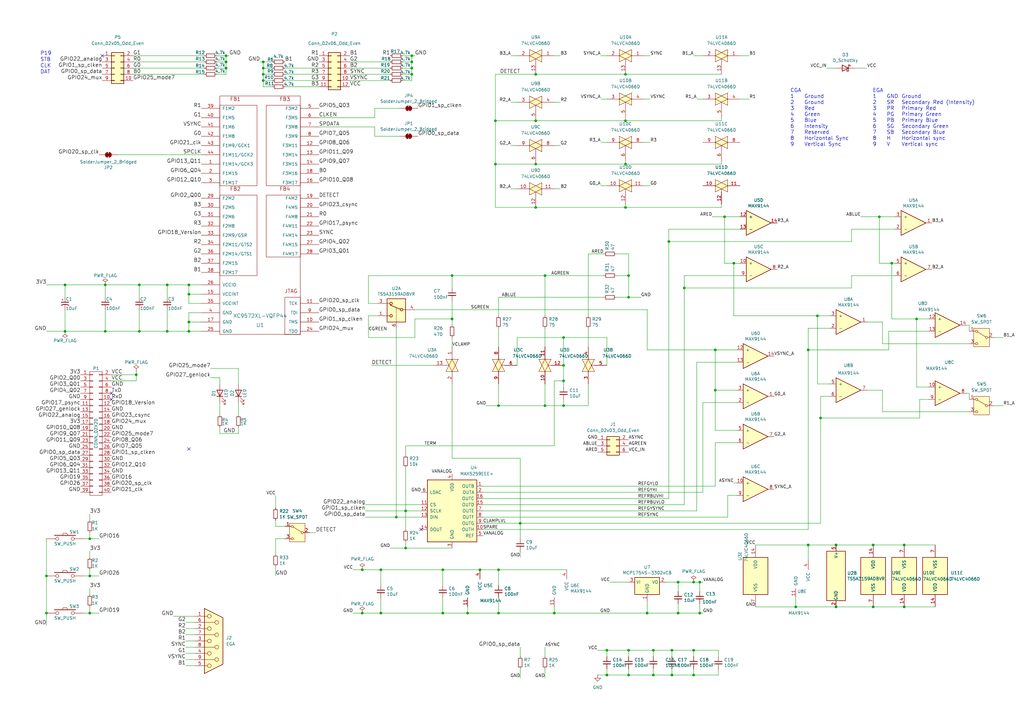
<source format=kicad_sch>
(kicad_sch
	(version 20231120)
	(generator "eeschema")
	(generator_version "8.0")
	(uuid "e267a3e0-ea93-4630-9528-f06a000f2e9c")
	(paper "A3")
	(title_block
		(title "RGBtoHDMI_Table")
		(date "2024-10-21")
		(rev "0.01")
		(company "SweProj.com")
	)
	
	(junction
		(at 257.81 276.86)
		(diameter 0)
		(color 0 0 0 0)
		(uuid "08466f51-6f8d-4689-888d-1a104d697746")
	)
	(junction
		(at 256.54 30.48)
		(diameter 0)
		(color 0 0 0 0)
		(uuid "0892b9f6-c0cd-4675-80a0-84903b0a47a1")
	)
	(junction
		(at 185.42 113.03)
		(diameter 0)
		(color 0 0 0 0)
		(uuid "0a257a89-3b3c-4c45-9fb1-ff19a4636d3f")
	)
	(junction
		(at 284.48 276.86)
		(diameter 0)
		(color 0 0 0 0)
		(uuid "0cbf7e07-835d-4ea8-8a91-53f7b849b848")
	)
	(junction
		(at 358.14 223.52)
		(diameter 0)
		(color 0 0 0 0)
		(uuid "0d5c6d09-ad48-452c-8619-789d23ae899f")
	)
	(junction
		(at 331.47 223.52)
		(diameter 0)
		(color 0 0 0 0)
		(uuid "1045c969-bc20-4b99-bb93-1fed951b5109")
	)
	(junction
		(at 256.54 85.09)
		(diameter 0)
		(color 0 0 0 0)
		(uuid "1173b33a-97c1-427f-a6c2-c79cd48c0f33")
	)
	(junction
		(at 168.91 22.86)
		(diameter 0)
		(color 0 0 0 0)
		(uuid "197175cb-319e-4e79-aa29-9c8faa7d89ed")
	)
	(junction
		(at 287.02 238.76)
		(diameter 0)
		(color 0 0 0 0)
		(uuid "1972d008-06a8-4918-a21b-5e2935069f06")
	)
	(junction
		(at 156.21 251.46)
		(diameter 0)
		(color 0 0 0 0)
		(uuid "1df14224-2872-49ba-a68c-453e4545b266")
	)
	(junction
		(at 166.37 224.79)
		(diameter 0)
		(color 0 0 0 0)
		(uuid "215ce181-de86-4863-a9ac-f596aa488559")
	)
	(junction
		(at 196.85 233.68)
		(diameter 0)
		(color 0 0 0 0)
		(uuid "2306e860-93ed-4588-a789-b01b5ce3fcfb")
	)
	(junction
		(at 68.58 135.89)
		(diameter 0)
		(color 0 0 0 0)
		(uuid "23856956-9c9e-4939-9e02-3780aedaa28a")
	)
	(junction
		(at 223.52 113.03)
		(diameter 0)
		(color 0 0 0 0)
		(uuid "25d5aa17-31f0-4573-b175-87b20ce9a717")
	)
	(junction
		(at 358.14 248.92)
		(diameter 0)
		(color 0 0 0 0)
		(uuid "287da58d-6982-46c0-9f3f-d14440c8da1f")
	)
	(junction
		(at 219.71 67.31)
		(diameter 0)
		(color 0 0 0 0)
		(uuid "287daa7d-d4fd-43c7-b244-6116ed7a9f8d")
	)
	(junction
		(at 162.56 212.09)
		(diameter 0)
		(color 0 0 0 0)
		(uuid "29d07dbe-1f0e-43a6-a096-a9720f39eb60")
	)
	(junction
		(at 297.18 88.9)
		(diameter 0)
		(color 0 0 0 0)
		(uuid "2e35109b-b4dc-464e-a005-e528d2b02126")
	)
	(junction
		(at 57.15 135.89)
		(diameter 0)
		(color 0 0 0 0)
		(uuid "31ce266b-f47f-4d6b-af04-ef3c52efc38b")
	)
	(junction
		(at 275.59 266.7)
		(diameter 0)
		(color 0 0 0 0)
		(uuid "39afa630-2714-413b-bb6d-156bc8be4345")
	)
	(junction
		(at 287.02 251.46)
		(diameter 0)
		(color 0 0 0 0)
		(uuid "3b057d9e-fa67-4236-b5b8-8a59941c90d9")
	)
	(junction
		(at 219.71 30.48)
		(diameter 0)
		(color 0 0 0 0)
		(uuid "43c7a76c-f1e8-4912-9148-b191585406d5")
	)
	(junction
		(at 257.81 121.92)
		(diameter 0)
		(color 0 0 0 0)
		(uuid "43d86964-3be3-4592-97ae-4e05b310f249")
	)
	(junction
		(at 265.43 251.46)
		(diameter 0)
		(color 0 0 0 0)
		(uuid "44f408fe-7a0c-4201-a194-277633a7011b")
	)
	(junction
		(at 92.71 27.94)
		(diameter 0)
		(color 0 0 0 0)
		(uuid "455bec65-8a84-451b-9da8-cfd5aab1fb9a")
	)
	(junction
		(at 336.55 171.45)
		(diameter 0)
		(color 0 0 0 0)
		(uuid "4a1b1b75-0e82-4db0-b339-a1987f4d1856")
	)
	(junction
		(at 267.97 276.86)
		(diameter 0)
		(color 0 0 0 0)
		(uuid "50560054-38fe-4cac-946b-ce400ab51cc7")
	)
	(junction
		(at 326.39 248.92)
		(diameter 0)
		(color 0 0 0 0)
		(uuid "52883de9-5a5d-4a32-a1ee-536b2829b067")
	)
	(junction
		(at 107.95 30.48)
		(diameter 0)
		(color 0 0 0 0)
		(uuid "53e14851-0fcc-41db-a20d-022c61e1fc7f")
	)
	(junction
		(at 77.47 116.84)
		(diameter 0)
		(color 0 0 0 0)
		(uuid "54017bde-9a3d-4bf2-ae08-f4bf27ec91f9")
	)
	(junction
		(at 36.83 251.46)
		(diameter 0)
		(color 0 0 0 0)
		(uuid "54d8a881-31d8-4301-aaf6-35843f71a8cd")
	)
	(junction
		(at 300.99 107.95)
		(diameter 0)
		(color 0 0 0 0)
		(uuid "56cbf082-26b4-441a-9a5d-b77bbb56cec8")
	)
	(junction
		(at 204.47 233.68)
		(diameter 0)
		(color 0 0 0 0)
		(uuid "56f8f6c1-83bb-42a1-96e0-3aaefdd0b922")
	)
	(junction
		(at 223.52 166.37)
		(diameter 0)
		(color 0 0 0 0)
		(uuid "5be295a4-1014-49bf-a404-156b7a68f959")
	)
	(junction
		(at 275.59 276.86)
		(diameter 0)
		(color 0 0 0 0)
		(uuid "5c008db3-dba6-4ca6-ac31-38a30e15960f")
	)
	(junction
		(at 257.81 266.7)
		(diameter 0)
		(color 0 0 0 0)
		(uuid "5fb6ab53-e813-421f-aa1e-99a24bb5a254")
	)
	(junction
		(at 219.71 85.09)
		(diameter 0)
		(color 0 0 0 0)
		(uuid "60e3e3cd-14ca-4d9a-ad97-365390aee50f")
	)
	(junction
		(at 248.92 276.86)
		(diameter 0)
		(color 0 0 0 0)
		(uuid "61df47ea-a293-4c80-9ba1-ac5291785981")
	)
	(junction
		(at 43.18 116.84)
		(diameter 0)
		(color 0 0 0 0)
		(uuid "6200830a-dfe2-46a2-b6c3-da1b0c89d0c7")
	)
	(junction
		(at 168.91 25.4)
		(diameter 0)
		(color 0 0 0 0)
		(uuid "6457c51d-31d2-4623-b833-9f814f764f53")
	)
	(junction
		(at 92.71 22.86)
		(diameter 0)
		(color 0 0 0 0)
		(uuid "688f156c-0473-4fb1-be2e-7ab1bddb345c")
	)
	(junction
		(at 342.9 223.52)
		(diameter 0)
		(color 0 0 0 0)
		(uuid "69aad6e9-e68d-49ba-bd57-439a7ceb0018")
	)
	(junction
		(at 248.92 266.7)
		(diameter 0)
		(color 0 0 0 0)
		(uuid "6a63df51-4f85-4e4e-9982-992e3f8c491f")
	)
	(junction
		(at 370.84 248.92)
		(diameter 0)
		(color 0 0 0 0)
		(uuid "6b14087c-088c-4299-83c9-4787a2aed0df")
	)
	(junction
		(at 43.18 135.89)
		(diameter 0)
		(color 0 0 0 0)
		(uuid "6e1385d8-7cf6-4cd6-9eb0-1bc3a28e609f")
	)
	(junction
		(at 36.83 236.22)
		(diameter 0)
		(color 0 0 0 0)
		(uuid "7051e813-5879-42d8-a242-36f8b47aff43")
	)
	(junction
		(at 168.91 27.94)
		(diameter 0)
		(color 0 0 0 0)
		(uuid "7237d2f1-9d81-4f69-9ffe-a1af3a94afef")
	)
	(junction
		(at 284.48 266.7)
		(diameter 0)
		(color 0 0 0 0)
		(uuid "736a3e15-a092-4d6a-aa8a-f1fda7adc488")
	)
	(junction
		(at 77.47 135.89)
		(diameter 0)
		(color 0 0 0 0)
		(uuid "7469029f-1a86-4a2c-b4c1-9b2debaa7601")
	)
	(junction
		(at 293.37 143.51)
		(diameter 0)
		(color 0 0 0 0)
		(uuid "74dcd0b6-9cc6-4fb7-b428-a1982333e331")
	)
	(junction
		(at 256.54 49.53)
		(diameter 0)
		(color 0 0 0 0)
		(uuid "787c63cb-9f92-48df-bfe9-ab53df3516a6")
	)
	(junction
		(at 231.14 138.43)
		(diameter 0)
		(color 0 0 0 0)
		(uuid "797dc4d7-ef42-48ec-8e95-8ed6d8d3a773")
	)
	(junction
		(at 156.21 233.68)
		(diameter 0)
		(color 0 0 0 0)
		(uuid "79bb6847-53ca-4381-9de9-7e7ea209bfcd")
	)
	(junction
		(at 360.68 88.9)
		(diameter 0)
		(color 0 0 0 0)
		(uuid "7eb471bb-457c-4ee2-9c1c-e87bc12e9d3f")
	)
	(junction
		(at 278.13 238.76)
		(diameter 0)
		(color 0 0 0 0)
		(uuid "8740d8e9-7708-4887-8b5f-4ffb6883e066")
	)
	(junction
		(at 278.13 251.46)
		(diameter 0)
		(color 0 0 0 0)
		(uuid "8f299ed9-6ddf-439d-bd78-01aff139ad5b")
	)
	(junction
		(at 107.95 27.94)
		(diameter 0)
		(color 0 0 0 0)
		(uuid "92bacbc5-06ac-435d-a560-6c3dde3e2ae5")
	)
	(junction
		(at 370.84 223.52)
		(diameter 0)
		(color 0 0 0 0)
		(uuid "95d648a0-d682-4034-b776-f0582ffbd23d")
	)
	(junction
		(at 181.61 251.46)
		(diameter 0)
		(color 0 0 0 0)
		(uuid "988466bc-1dbb-4ad9-8608-4e1f2f824b54")
	)
	(junction
		(at 280.67 118.11)
		(diameter 0)
		(color 0 0 0 0)
		(uuid "99c87e14-ffa3-46d0-ae41-841c7400fa64")
	)
	(junction
		(at 331.47 143.51)
		(diameter 0)
		(color 0 0 0 0)
		(uuid "9b12e73e-76a3-463e-8387-a65be8bb5eee")
	)
	(junction
		(at 19.05 251.46)
		(diameter 0)
		(color 0 0 0 0)
		(uuid "9c76495d-83bc-4021-aa95-e09a35646dec")
	)
	(junction
		(at 204.47 166.37)
		(diameter 0)
		(color 0 0 0 0)
		(uuid "9d0cca93-a464-468e-b9ab-528f1006b35e")
	)
	(junction
		(at 257.81 113.03)
		(diameter 0)
		(color 0 0 0 0)
		(uuid "a0376c55-a3ce-4f18-84d1-f47f8c995f42")
	)
	(junction
		(at 365.76 107.95)
		(diameter 0)
		(color 0 0 0 0)
		(uuid "a17d0bda-7b76-4ad4-9bbd-e05b697bd4b4")
	)
	(junction
		(at 77.47 120.65)
		(diameter 0)
		(color 0 0 0 0)
		(uuid "a4115131-bb43-4bfb-bbec-d383933735d4")
	)
	(junction
		(at 203.2 67.31)
		(diameter 0)
		(color 0 0 0 0)
		(uuid "a7779c71-e58e-4696-92a2-8236a430c311")
	)
	(junction
		(at 231.14 166.37)
		(diameter 0)
		(color 0 0 0 0)
		(uuid "a7810795-71c0-4b82-b0c3-157cafcb5f7e")
	)
	(junction
		(at 185.42 130.81)
		(diameter 0)
		(color 0 0 0 0)
		(uuid "ae8511e6-734b-48a3-a14f-149906b83814")
	)
	(junction
		(at 92.71 25.4)
		(diameter 0)
		(color 0 0 0 0)
		(uuid "b6486c02-8fc8-4f4c-a299-783b34428a86")
	)
	(junction
		(at 213.36 214.63)
		(diameter 0)
		(color 0 0 0 0)
		(uuid "b77d6ea3-e14f-4105-bc74-780da8e4e34f")
	)
	(junction
		(at 148.59 233.68)
		(diameter 0)
		(color 0 0 0 0)
		(uuid "ba8e83f0-4920-4b95-b79b-ac57bba3e88a")
	)
	(junction
		(at 219.71 49.53)
		(diameter 0)
		(color 0 0 0 0)
		(uuid "c2b6b4b5-ea85-4912-a29d-c053ca52b697")
	)
	(junction
		(at 107.95 25.4)
		(diameter 0)
		(color 0 0 0 0)
		(uuid "c601031d-bdf2-4022-bd2b-69657e07ac52")
	)
	(junction
		(at 284.48 238.76)
		(diameter 0)
		(color 0 0 0 0)
		(uuid "c89022bb-be92-42c4-bd3e-23e84d87bdde")
	)
	(junction
		(at 77.47 132.08)
		(diameter 0)
		(color 0 0 0 0)
		(uuid "cb5b18c4-508e-49c0-a2e1-1b55df265727")
	)
	(junction
		(at 293.37 160.02)
		(diameter 0)
		(color 0 0 0 0)
		(uuid "cbe31d93-12ec-4604-89be-950c0425dbec")
	)
	(junction
		(at 267.97 266.7)
		(diameter 0)
		(color 0 0 0 0)
		(uuid "cbf59965-f17f-46d1-995c-54dfb4363e6d")
	)
	(junction
		(at 342.9 248.92)
		(diameter 0)
		(color 0 0 0 0)
		(uuid "d00c27e2-03a4-4f64-945e-10bbf2cc97ea")
	)
	(junction
		(at 375.92 130.81)
		(diameter 0)
		(color 0 0 0 0)
		(uuid "d06a85b6-e09d-4a03-ace6-107fef4709ec")
	)
	(junction
		(at 26.67 116.84)
		(diameter 0)
		(color 0 0 0 0)
		(uuid "d0f4ef56-25e6-4cb6-9c4e-a9d3c7399fb8")
	)
	(junction
		(at 168.91 30.48)
		(diameter 0)
		(color 0 0 0 0)
		(uuid "d7277225-81b5-45a9-945b-c7aa0a134b0f")
	)
	(junction
		(at 148.59 251.46)
		(diameter 0)
		(color 0 0 0 0)
		(uuid "d9db715c-8e8c-4d25-b59f-79b82a91b975")
	)
	(junction
		(at 274.32 99.06)
		(diameter 0)
		(color 0 0 0 0)
		(uuid "dce4c137-02fe-42b7-b617-94ce00d27213")
	)
	(junction
		(at 19.05 236.22)
		(diameter 0)
		(color 0 0 0 0)
		(uuid "dd581a04-d308-40e7-8a5a-a1b26acad9bb")
	)
	(junction
		(at 26.67 135.89)
		(diameter 0)
		(color 0 0 0 0)
		(uuid "e4080068-bc93-4337-bd35-02dc71f07f36")
	)
	(junction
		(at 227.33 251.46)
		(diameter 0)
		(color 0 0 0 0)
		(uuid "e53d2926-c2f8-4424-8935-971c6c9e9a01")
	)
	(junction
		(at 107.95 33.02)
		(diameter 0)
		(color 0 0 0 0)
		(uuid "e6dee58d-db29-4351-9191-12ef8cd53125")
	)
	(junction
		(at 181.61 233.68)
		(diameter 0)
		(color 0 0 0 0)
		(uuid "e74cf0b8-e615-4f45-9400-faf4f6afd2f6")
	)
	(junction
		(at 68.58 116.84)
		(diameter 0)
		(color 0 0 0 0)
		(uuid "e8b209e8-ab4d-4caf-8566-cb579d01d915")
	)
	(junction
		(at 57.15 116.84)
		(diameter 0)
		(color 0 0 0 0)
		(uuid "e9f4506f-12d7-4a1b-b2ce-5169d79542c4")
	)
	(junction
		(at 256.54 67.31)
		(diameter 0)
		(color 0 0 0 0)
		(uuid "ea974294-8426-4f58-8874-38edac57f84b")
	)
	(junction
		(at 335.28 129.54)
		(diameter 0)
		(color 0 0 0 0)
		(uuid "ec27c7b6-a93b-4ae9-984c-fc6dd78d1f66")
	)
	(junction
		(at 191.77 251.46)
		(diameter 0)
		(color 0 0 0 0)
		(uuid "ed96f9c2-4295-43d3-9cd0-17b0644f4d9b")
	)
	(junction
		(at 231.14 149.86)
		(diameter 0)
		(color 0 0 0 0)
		(uuid "ee46c49c-4156-4b8c-9eea-d543cdbbe32c")
	)
	(junction
		(at 203.2 49.53)
		(diameter 0)
		(color 0 0 0 0)
		(uuid "f11b8203-5ade-4ec7-b7ce-e4436fb0a390")
	)
	(junction
		(at 231.14 156.21)
		(diameter 0)
		(color 0 0 0 0)
		(uuid "f54081da-70ee-41ad-a5c2-7b344b2109af")
	)
	(junction
		(at 55.88 153.67)
		(diameter 0)
		(color 0 0 0 0)
		(uuid "f6e0004d-d2c1-46bc-b58e-6e9deccaffe0")
	)
	(junction
		(at 36.83 220.98)
		(diameter 0)
		(color 0 0 0 0)
		(uuid "f9815645-48e6-4a9d-9873-4309d9d95242")
	)
	(junction
		(at 166.37 209.55)
		(diameter 0)
		(color 0 0 0 0)
		(uuid "fe796529-3891-41f4-b909-7a842dad3298")
	)
	(junction
		(at 204.47 251.46)
		(diameter 0)
		(color 0 0 0 0)
		(uuid "ffbfd8ff-e1d8-4565-b8e1-8f583a245362")
	)
	(no_connect
		(at 77.47 184.15)
		(uuid "0e26859b-e82b-4fea-acbc-fbaaafe67af6")
	)
	(no_connect
		(at 45.72 163.83)
		(uuid "4fde805f-eca3-4e0f-87d4-7b0441ebb5eb")
	)
	(no_connect
		(at 41.91 22.86)
		(uuid "581f7dac-b824-401a-873a-fbe785a00de6")
	)
	(no_connect
		(at 172.72 217.17)
		(uuid "654dd2fb-f74e-420c-a99f-bbde444e3ee9")
	)
	(no_connect
		(at 45.72 161.29)
		(uuid "9b5407df-5ed3-460a-a7f8-9ba99a81e1f1")
	)
	(no_connect
		(at -12.7 82.55)
		(uuid "c676fa03-6cc8-41e7-bf7c-e402aedd0251")
	)
	(wire
		(pts
			(xy 246.38 76.2) (xy 248.92 76.2)
		)
		(stroke
			(width 0)
			(type default)
		)
		(uuid "003289b6-f55d-4840-85ce-20c68e796c19")
	)
	(wire
		(pts
			(xy 34.29 220.98) (xy 36.83 220.98)
		)
		(stroke
			(width 0)
			(type default)
		)
		(uuid "012acaee-74bc-40f7-9adc-bdf731cf13c5")
	)
	(wire
		(pts
			(xy 163.83 44.45) (xy 153.67 44.45)
		)
		(stroke
			(width 0)
			(type default)
		)
		(uuid "042476ee-5efb-43ed-a0a5-f17cd6c2e531")
	)
	(wire
		(pts
			(xy 227.33 248.92) (xy 227.33 251.46)
		)
		(stroke
			(width 0)
			(type default)
		)
		(uuid "050568f5-a980-4a3e-92c0-3348a1fbee41")
	)
	(wire
		(pts
			(xy 293.37 160.02) (xy 293.37 176.53)
		)
		(stroke
			(width 0)
			(type default)
		)
		(uuid "05a54df0-087c-4c20-a7f5-43387907d39a")
	)
	(wire
		(pts
			(xy 364.49 135.89) (xy 364.49 143.51)
		)
		(stroke
			(width 0)
			(type default)
		)
		(uuid "05b3dbd2-3b59-4071-8bf0-ed5257820ae3")
	)
	(wire
		(pts
			(xy 340.36 157.48) (xy 335.28 157.48)
		)
		(stroke
			(width 0)
			(type default)
		)
		(uuid "06ca07a1-feee-4207-baab-da8511d881db")
	)
	(wire
		(pts
			(xy 213.36 214.63) (xy 336.55 214.63)
		)
		(stroke
			(width 0)
			(type default)
		)
		(uuid "06cd3228-276b-4370-a2f2-6f019d325810")
	)
	(wire
		(pts
			(xy 331.47 223.52) (xy 342.9 223.52)
		)
		(stroke
			(width 0)
			(type default)
		)
		(uuid "06ee151e-fc37-492f-abd4-333844320ea1")
	)
	(wire
		(pts
			(xy 219.71 30.48) (xy 256.54 30.48)
		)
		(stroke
			(width 0)
			(type default)
		)
		(uuid "082441ea-32ca-4d39-bda5-26bd64d00238")
	)
	(wire
		(pts
			(xy 361.95 168.91) (xy 397.51 168.91)
		)
		(stroke
			(width 0)
			(type default)
		)
		(uuid "08da851e-be4c-40fe-b8e6-c1b42c5315fd")
	)
	(wire
		(pts
			(xy 43.18 116.84) (xy 57.15 116.84)
		)
		(stroke
			(width 0)
			(type default)
		)
		(uuid "095148f8-6f12-456e-a3f5-ac896c5cdf5a")
	)
	(wire
		(pts
			(xy 248.92 138.43) (xy 248.92 149.86)
		)
		(stroke
			(width 0)
			(type default)
		)
		(uuid "0bc2a893-ac4c-46d6-ad81-6d7c75369d94")
	)
	(wire
		(pts
			(xy 203.2 85.09) (xy 219.71 85.09)
		)
		(stroke
			(width 0)
			(type default)
		)
		(uuid "0c299efc-a82c-4296-9992-27f5e9cc67e0")
	)
	(wire
		(pts
			(xy 355.6 132.08) (xy 361.95 132.08)
		)
		(stroke
			(width 0)
			(type default)
		)
		(uuid "0c555a5e-918d-432c-9d05-b1379eb33b35")
	)
	(wire
		(pts
			(xy 287.02 242.57) (xy 287.02 238.76)
		)
		(stroke
			(width 0)
			(type default)
		)
		(uuid "0ce6ab06-8de7-4696-af40-c17a763f3e34")
	)
	(wire
		(pts
			(xy 300.99 129.54) (xy 300.99 107.95)
		)
		(stroke
			(width 0)
			(type default)
		)
		(uuid "0dc9eb2c-240e-453e-9d04-c12ca9be7f3f")
	)
	(wire
		(pts
			(xy 293.37 176.53) (xy 302.26 176.53)
		)
		(stroke
			(width 0)
			(type default)
		)
		(uuid "0eb71e06-646e-4ef6-8bef-837a22f2e30c")
	)
	(wire
		(pts
			(xy 113.03 213.36) (xy 113.03 215.9)
		)
		(stroke
			(width 0)
			(type default)
		)
		(uuid "0f3745ff-4c6a-4e02-9e74-8a958eb1b963")
	)
	(wire
		(pts
			(xy 241.3 104.14) (xy 241.3 129.54)
		)
		(stroke
			(width 0)
			(type default)
		)
		(uuid "0fa4c4c9-38dc-4df3-a594-b65e58759a22")
	)
	(wire
		(pts
			(xy 397.51 161.29) (xy 397.51 163.83)
		)
		(stroke
			(width 0)
			(type default)
		)
		(uuid "0fb1a783-be22-43a2-ae04-4083ccbfb19b")
	)
	(wire
		(pts
			(xy 331.47 143.51) (xy 331.47 134.62)
		)
		(stroke
			(width 0)
			(type default)
		)
		(uuid "0fe21ef1-19bd-4e49-894c-b9ea3ecc4288")
	)
	(wire
		(pts
			(xy 92.71 27.94) (xy 92.71 30.48)
		)
		(stroke
			(width 0)
			(type default)
		)
		(uuid "101f0477-1d75-429a-a7d0-74b41af858ac")
	)
	(wire
		(pts
			(xy 165.1 30.48) (xy 168.91 30.48)
		)
		(stroke
			(width 0)
			(type default)
		)
		(uuid "106ff332-b156-474e-bcc0-e06974de429f")
	)
	(wire
		(pts
			(xy 97.79 157.48) (xy 97.79 151.13)
		)
		(stroke
			(width 0)
			(type default)
		)
		(uuid "10708356-2a49-4204-85e8-25b796b8edbd")
	)
	(wire
		(pts
			(xy 185.42 130.81) (xy 170.18 130.81)
		)
		(stroke
			(width 0)
			(type default)
		)
		(uuid "10ecc365-45de-4f46-8a69-6a6901cad3a3")
	)
	(wire
		(pts
			(xy 293.37 143.51) (xy 265.43 143.51)
		)
		(stroke
			(width 0)
			(type default)
		)
		(uuid "11289e50-739f-4640-aa25-a1e3b3fb1550")
	)
	(wire
		(pts
			(xy 185.42 157.48) (xy 185.42 187.96)
		)
		(stroke
			(width 0)
			(type default)
		)
		(uuid "127a8760-4864-4e6b-8b25-f7effd1ccfdc")
	)
	(wire
		(pts
			(xy 68.58 116.84) (xy 77.47 116.84)
		)
		(stroke
			(width 0)
			(type default)
		)
		(uuid "12d3648b-685a-4769-8078-48d30a73b3df")
	)
	(wire
		(pts
			(xy 349.25 113.03) (xy 349.25 118.11)
		)
		(stroke
			(width 0)
			(type default)
		)
		(uuid "134f7f7a-1c57-4f0d-b949-d9a9bac22777")
	)
	(wire
		(pts
			(xy 245.11 276.86) (xy 248.92 276.86)
		)
		(stroke
			(width 0)
			(type default)
		)
		(uuid "13cc1a4b-6043-4488-8c67-3338629214c4")
	)
	(wire
		(pts
			(xy 97.79 175.26) (xy 97.79 177.8)
		)
		(stroke
			(width 0)
			(type default)
		)
		(uuid "142bc327-e8f0-484b-9324-a63dda3fce18")
	)
	(wire
		(pts
			(xy 302.26 203.2) (xy 298.45 203.2)
		)
		(stroke
			(width 0)
			(type default)
		)
		(uuid "1516df98-d604-4fd5-a0e5-ed55a4d2c89a")
	)
	(wire
		(pts
			(xy 153.67 52.07) (xy 130.81 52.07)
		)
		(stroke
			(width 0)
			(type default)
		)
		(uuid "15828900-ab53-4faa-9f5c-df7dbe8d7237")
	)
	(wire
		(pts
			(xy 273.05 238.76) (xy 278.13 238.76)
		)
		(stroke
			(width 0)
			(type default)
		)
		(uuid "15ffdbb2-2d56-485c-b793-1b973db2d4d2")
	)
	(wire
		(pts
			(xy 231.14 163.83) (xy 231.14 166.37)
		)
		(stroke
			(width 0)
			(type default)
		)
		(uuid "16305161-3cdc-4eb1-ad92-0726fb2d464e")
	)
	(wire
		(pts
			(xy 256.54 67.31) (xy 295.91 67.31)
		)
		(stroke
			(width 0)
			(type default)
		)
		(uuid "16485486-3b57-4a19-b161-0ccefa0cf6e3")
	)
	(wire
		(pts
			(xy 36.83 243.84) (xy 36.83 241.3)
		)
		(stroke
			(width 0)
			(type default)
		)
		(uuid "16aa72b8-4655-4762-9035-dd2221d48d5a")
	)
	(wire
		(pts
			(xy 246.38 40.64) (xy 248.92 40.64)
		)
		(stroke
			(width 0)
			(type default)
		)
		(uuid "17650bcc-695e-45d1-a1ad-6a5755ddd9a3")
	)
	(wire
		(pts
			(xy 151.13 113.03) (xy 185.42 113.03)
		)
		(stroke
			(width 0)
			(type default)
		)
		(uuid "17e52c5a-2131-44a7-adf1-4d9ac5df4460")
	)
	(wire
		(pts
			(xy 227.33 59.69) (xy 229.87 59.69)
		)
		(stroke
			(width 0)
			(type default)
		)
		(uuid "19233fdd-555f-47ea-b294-f6b6f081350b")
	)
	(wire
		(pts
			(xy 204.47 134.62) (xy 204.47 142.24)
		)
		(stroke
			(width 0)
			(type default)
		)
		(uuid "1a4be32e-6a4c-4bf9-9643-b78e38b63339")
	)
	(wire
		(pts
			(xy 360.68 107.95) (xy 360.68 88.9)
		)
		(stroke
			(width 0)
			(type default)
		)
		(uuid "1bfe0d08-05e9-472c-be5b-1673c29faab5")
	)
	(wire
		(pts
			(xy 57.15 116.84) (xy 68.58 116.84)
		)
		(stroke
			(width 0)
			(type default)
		)
		(uuid "1df228a7-dd4f-4e21-8899-42bd96e06438")
	)
	(wire
		(pts
			(xy 326.39 248.92) (xy 309.88 248.92)
		)
		(stroke
			(width 0)
			(type default)
		)
		(uuid "1eb9332e-fd87-458b-9bfd-bd892388b0d8")
	)
	(wire
		(pts
			(xy 77.47 135.89) (xy 82.55 135.89)
		)
		(stroke
			(width 0)
			(type default)
		)
		(uuid "22162f71-c0af-43af-a606-5bfa80481f68")
	)
	(wire
		(pts
			(xy 113.03 203.2) (xy 113.03 208.28)
		)
		(stroke
			(width 0)
			(type default)
		)
		(uuid "223ca61d-ad4e-4b65-a4f3-f96a30f73ce4")
	)
	(wire
		(pts
			(xy 381 130.81) (xy 375.92 130.81)
		)
		(stroke
			(width 0)
			(type default)
		)
		(uuid "2263dfd1-d710-44d4-b41e-90d2bc0f564f")
	)
	(wire
		(pts
			(xy 71.12 252.73) (xy 80.01 252.73)
		)
		(stroke
			(width 0)
			(type default)
		)
		(uuid "24c15836-9e80-489d-bd99-4a59490f386a")
	)
	(wire
		(pts
			(xy 204.47 157.48) (xy 204.47 166.37)
		)
		(stroke
			(width 0)
			(type default)
		)
		(uuid "24decd52-e441-4e98-9ac4-c3e1d587be2a")
	)
	(wire
		(pts
			(xy 144.78 233.68) (xy 148.59 233.68)
		)
		(stroke
			(width 0)
			(type default)
		)
		(uuid "253cc85d-e4f8-429b-8e30-b8ca006e580e")
	)
	(wire
		(pts
			(xy 76.2 260.35) (xy 80.01 260.35)
		)
		(stroke
			(width 0)
			(type default)
		)
		(uuid "257fe1fc-445c-4e04-abb0-3f9c3173437d")
	)
	(wire
		(pts
			(xy 36.83 251.46) (xy 40.64 251.46)
		)
		(stroke
			(width 0)
			(type default)
		)
		(uuid "25bad7b2-c7c2-4083-b3cd-7bf7ffb25820")
	)
	(wire
		(pts
			(xy 204.47 245.11) (xy 204.47 251.46)
		)
		(stroke
			(width 0)
			(type default)
		)
		(uuid "262114a6-935a-4a6c-ba67-38465a3b3743")
	)
	(wire
		(pts
			(xy 265.43 246.38) (xy 265.43 251.46)
		)
		(stroke
			(width 0)
			(type default)
		)
		(uuid "26463393-06f3-478a-b18c-bce95e031eb9")
	)
	(wire
		(pts
			(xy 166.37 182.88) (xy 166.37 186.69)
		)
		(stroke
			(width 0)
			(type default)
		)
		(uuid "267021b4-00cb-4e63-98b8-bfaffb3c92ae")
	)
	(wire
		(pts
			(xy 45.72 153.67) (xy 55.88 153.67)
		)
		(stroke
			(width 0)
			(type default)
		)
		(uuid "28bbdc22-870d-4ce7-bd5d-13c5bd2ebb45")
	)
	(wire
		(pts
			(xy 76.2 257.81) (xy 80.01 257.81)
		)
		(stroke
			(width 0)
			(type default)
		)
		(uuid "291da500-e793-4a5b-baea-fe59500b6ef8")
	)
	(wire
		(pts
			(xy 340.36 129.54) (xy 335.28 129.54)
		)
		(stroke
			(width 0)
			(type default)
		)
		(uuid "296215ec-ddf2-4e62-96f4-2b754f1a4008")
	)
	(wire
		(pts
			(xy 156.21 251.46) (xy 181.61 251.46)
		)
		(stroke
			(width 0)
			(type default)
		)
		(uuid "2a65ee6a-c3a0-43b4-a931-94d18f173851")
	)
	(wire
		(pts
			(xy 181.61 240.03) (xy 181.61 233.68)
		)
		(stroke
			(width 0)
			(type default)
		)
		(uuid "2b91d848-fe22-4f5d-958a-defaab59ccf1")
	)
	(wire
		(pts
			(xy 149.86 207.01) (xy 172.72 207.01)
		)
		(stroke
			(width 0)
			(type default)
		)
		(uuid "2bcac2ce-fe8b-428f-8559-7a13be1aba60")
	)
	(wire
		(pts
			(xy 358.14 223.52) (xy 370.84 223.52)
		)
		(stroke
			(width 0)
			(type default)
		)
		(uuid "2c3c1b04-82ae-40af-96ab-c75f5d5b1e86")
	)
	(wire
		(pts
			(xy 264.16 58.42) (xy 266.7 58.42)
		)
		(stroke
			(width 0)
			(type default)
		)
		(uuid "2ca998d6-e8dd-4881-a33b-780dcd936f65")
	)
	(wire
		(pts
			(xy 257.81 266.7) (xy 257.81 269.24)
		)
		(stroke
			(width 0)
			(type default)
		)
		(uuid "2d8d6882-48f9-4660-b6d8-79829500b309")
	)
	(wire
		(pts
			(xy 257.81 113.03) (xy 257.81 104.14)
		)
		(stroke
			(width 0)
			(type default)
		)
		(uuid "2d9274b4-3d56-4ab0-a44f-e67a0f4c0bef")
	)
	(wire
		(pts
			(xy 300.99 107.95) (xy 297.18 107.95)
		)
		(stroke
			(width 0)
			(type default)
		)
		(uuid "2e22b336-430d-40c1-b062-93f4f84ae4c2")
	)
	(wire
		(pts
			(xy 285.75 148.59) (xy 285.75 209.55)
		)
		(stroke
			(width 0)
			(type default)
		)
		(uuid "2e823de9-a84f-47d6-a3d3-e7a8e62697a4")
	)
	(wire
		(pts
			(xy 113.03 220.98) (xy 116.84 220.98)
		)
		(stroke
			(width 0)
			(type default)
		)
		(uuid "2f95f8c8-4208-44cf-98d6-d439ff7da525")
	)
	(wire
		(pts
			(xy 204.47 233.68) (xy 232.41 233.68)
		)
		(stroke
			(width 0)
			(type default)
		)
		(uuid "304feac9-bcab-4652-8a57-4ab94e506d28")
	)
	(wire
		(pts
			(xy 396.24 161.29) (xy 397.51 161.29)
		)
		(stroke
			(width 0)
			(type default)
		)
		(uuid "30b426fd-a075-490a-8e97-b7fc3e7e7eef")
	)
	(wire
		(pts
			(xy 377.19 163.83) (xy 381 163.83)
		)
		(stroke
			(width 0)
			(type default)
		)
		(uuid "3128dbf4-d44e-4f44-8a02-a3ea407ec895")
	)
	(wire
		(pts
			(xy 198.12 217.17) (xy 331.47 217.17)
		)
		(stroke
			(width 0)
			(type default)
		)
		(uuid "31d1d443-ce27-4991-812b-69020674dea7")
	)
	(wire
		(pts
			(xy 163.83 55.88) (xy 153.67 55.88)
		)
		(stroke
			(width 0)
			(type default)
		)
		(uuid "324d10d8-07de-44e7-84e1-e2f2f38b87e9")
	)
	(wire
		(pts
			(xy 143.51 27.94) (xy 160.02 27.94)
		)
		(stroke
			(width 0)
			(type default)
		)
		(uuid "32c8e6bf-c1e1-410d-be26-f5352986c085")
	)
	(wire
		(pts
			(xy 168.91 27.94) (xy 168.91 25.4)
		)
		(stroke
			(width 0)
			(type default)
		)
		(uuid "33e624f4-956d-4932-ba80-7a9cc9d006a7")
	)
	(wire
		(pts
			(xy 377.19 171.45) (xy 377.19 163.83)
		)
		(stroke
			(width 0)
			(type default)
		)
		(uuid "345db3e6-90f9-428d-b137-819a373039c3")
	)
	(wire
		(pts
			(xy 82.55 120.65) (xy 77.47 120.65)
		)
		(stroke
			(width 0)
			(type default)
		)
		(uuid "3471d908-4b9d-420e-869e-9715470db6a8")
	)
	(wire
		(pts
			(xy 76.2 255.27) (xy 80.01 255.27)
		)
		(stroke
			(width 0)
			(type default)
		)
		(uuid "35b18565-7031-4a50-82dd-8380959db02d")
	)
	(wire
		(pts
			(xy 248.92 58.42) (xy 246.38 58.42)
		)
		(stroke
			(width 0)
			(type default)
		)
		(uuid "35e8c521-1654-40f2-a824-153bda4a90d8")
	)
	(wire
		(pts
			(xy 196.85 233.68) (xy 204.47 233.68)
		)
		(stroke
			(width 0)
			(type default)
		)
		(uuid "35f9fdcb-9c8c-4831-965e-5542788393ed")
	)
	(wire
		(pts
			(xy 303.53 40.64) (xy 307.34 40.64)
		)
		(stroke
			(width 0)
			(type default)
		)
		(uuid "3834d1c6-0b82-4f3e-9abb-92250734ccf5")
	)
	(wire
		(pts
			(xy 181.61 233.68) (xy 196.85 233.68)
		)
		(stroke
			(width 0)
			(type default)
		)
		(uuid "38725ad8-e0f7-43c4-a3e4-f6c0acf2aa14")
	)
	(wire
		(pts
			(xy 227.33 182.88) (xy 227.33 156.21)
		)
		(stroke
			(width 0)
			(type default)
		)
		(uuid "3948f3f8-816e-425c-86ad-f2b5d7fa2df1")
	)
	(wire
		(pts
			(xy 36.83 228.6) (xy 36.83 226.06)
		)
		(stroke
			(width 0)
			(type default)
		)
		(uuid "39638542-2158-4c89-8f5b-e07b1e1be9df")
	)
	(wire
		(pts
			(xy 107.95 35.56) (xy 111.76 35.56)
		)
		(stroke
			(width 0)
			(type default)
		)
		(uuid "3b5bc61a-213b-4e49-b2b1-88feba12c440")
	)
	(wire
		(pts
			(xy 288.29 165.1) (xy 288.29 201.93)
		)
		(stroke
			(width 0)
			(type default)
		)
		(uuid "3bb75cf1-dbd7-4851-90d5-5a33baadcb5b")
	)
	(wire
		(pts
			(xy 280.67 113.03) (xy 280.67 118.11)
		)
		(stroke
			(width 0)
			(type default)
		)
		(uuid "3ed8aa1d-39f0-4edb-9e13-a68c4806448b")
	)
	(wire
		(pts
			(xy 107.95 33.02) (xy 107.95 35.56)
		)
		(stroke
			(width 0)
			(type default)
		)
		(uuid "40050bfc-6201-4459-a92d-b0484f63eba7")
	)
	(wire
		(pts
			(xy 361.95 132.08) (xy 361.95 140.97)
		)
		(stroke
			(width 0)
			(type default)
		)
		(uuid "41519c52-9e18-4763-9c1d-bfd441a8128f")
	)
	(wire
		(pts
			(xy 185.42 123.19) (xy 185.42 130.81)
		)
		(stroke
			(width 0)
			(type default)
		)
		(uuid "418a622f-0781-4028-809e-697a07b36e37")
	)
	(wire
		(pts
			(xy 219.71 49.53) (xy 256.54 49.53)
		)
		(stroke
			(width 0)
			(type default)
		)
		(uuid "42962972-aaad-4ffa-8e36-65fa92c1b322")
	)
	(wire
		(pts
			(xy 203.2 67.31) (xy 203.2 85.09)
		)
		(stroke
			(width 0)
			(type default)
		)
		(uuid "42a678a3-64dc-4723-8029-1ab1857e69de")
	)
	(wire
		(pts
			(xy 26.67 116.84) (xy 43.18 116.84)
		)
		(stroke
			(width 0)
			(type default)
		)
		(uuid "42e98e24-8b24-4ab9-ba55-2386dedc820c")
	)
	(wire
		(pts
			(xy 185.42 130.81) (xy 185.42 133.35)
		)
		(stroke
			(width 0)
			(type default)
		)
		(uuid "431c4d9a-c66c-4d62-b6df-bb75c386cb30")
	)
	(wire
		(pts
			(xy 336.55 214.63) (xy 336.55 171.45)
		)
		(stroke
			(width 0)
			(type default)
		)
		(uuid "436b166d-cd76-4c95-95a3-f2861abc48d9")
	)
	(wire
		(pts
			(xy 267.97 276.86) (xy 275.59 276.86)
		)
		(stroke
			(width 0)
			(type default)
		)
		(uuid "43993793-3211-40fe-9321-e2242c015252")
	)
	(wire
		(pts
			(xy 367.03 107.95) (xy 365.76 107.95)
		)
		(stroke
			(width 0)
			(type default)
		)
		(uuid "43cbb749-f033-40e8-80ae-7a1b6138d140")
	)
	(wire
		(pts
			(xy 288.29 22.86) (xy 284.48 22.86)
		)
		(stroke
			(width 0)
			(type default)
		)
		(uuid "4547cb59-4dcc-4d69-9ee1-f45142bfce68")
	)
	(wire
		(pts
			(xy 77.47 116.84) (xy 77.47 120.65)
		)
		(stroke
			(width 0)
			(type default)
		)
		(uuid "456f2b39-46b3-4322-9ae0-6af20cf0454f")
	)
	(wire
		(pts
			(xy 26.67 135.89) (xy 26.67 127)
		)
		(stroke
			(width 0)
			(type default)
		)
		(uuid "45dcc510-7455-4620-aa23-f7ee48c6f571")
	)
	(wire
		(pts
			(xy 36.83 236.22) (xy 36.83 233.68)
		)
		(stroke
			(width 0)
			(type default)
		)
		(uuid "4628bd9a-4db6-4e0e-97b0-8924fc71c76f")
	)
	(wire
		(pts
			(xy 55.88 156.21) (xy 45.72 156.21)
		)
		(stroke
			(width 0)
			(type default)
		)
		(uuid "46625ebd-5787-4286-8244-8f68f4acf1a5")
	)
	(wire
		(pts
			(xy 247.65 121.92) (xy 204.47 121.92)
		)
		(stroke
			(width 0)
			(type default)
		)
		(uuid "46da5fce-ef75-48a6-bfe2-f58564d66c07")
	)
	(wire
		(pts
			(xy 295.91 49.53) (xy 256.54 49.53)
		)
		(stroke
			(width 0)
			(type default)
		)
		(uuid "483a5f2f-6cac-4f6d-8bf8-965f73c8f056")
	)
	(wire
		(pts
			(xy 231.14 166.37) (xy 241.3 166.37)
		)
		(stroke
			(width 0)
			(type default)
		)
		(uuid "48a62f7b-19c1-48c0-8091-b3127fb9855c")
	)
	(wire
		(pts
			(xy 309.88 223.52) (xy 331.47 223.52)
		)
		(stroke
			(width 0)
			(type default)
		)
		(uuid "48e70a2b-37ca-44f2-9c1c-7d549793cb52")
	)
	(wire
		(pts
			(xy 287.02 247.65) (xy 287.02 251.46)
		)
		(stroke
			(width 0)
			(type default)
		)
		(uuid "49849629-3829-4b41-8bb6-c79d76aaf4f7")
	)
	(wire
		(pts
			(xy 191.77 251.46) (xy 204.47 251.46)
		)
		(stroke
			(width 0)
			(type default)
		)
		(uuid "4a0e6b41-5677-4dcc-b1f2-750ac261f328")
	)
	(wire
		(pts
			(xy 278.13 242.57) (xy 278.13 238.76)
		)
		(stroke
			(width 0)
			(type default)
		)
		(uuid "4beb9acb-5f17-40f2-af61-d5aae4297220")
	)
	(wire
		(pts
			(xy 168.91 22.86) (xy 170.18 22.86)
		)
		(stroke
			(width 0)
			(type default)
		)
		(uuid "4c06757a-36c2-4751-ab90-1628c1cc18f7")
	)
	(wire
		(pts
			(xy 212.09 138.43) (xy 212.09 149.86)
		)
		(stroke
			(width 0)
			(type default)
		)
		(uuid "4d0629b8-c978-410b-a941-895d2ea48b59")
	)
	(wire
		(pts
			(xy 342.9 248.92) (xy 326.39 248.92)
		)
		(stroke
			(width 0)
			(type default)
		)
		(uuid "4d67f46e-f1f8-41e9-8b0e-ea361c8150ca")
	)
	(wire
		(pts
			(xy 213.36 228.6) (xy 213.36 226.06)
		)
		(stroke
			(width 0)
			(type default)
		)
		(uuid "4dfe3d31-1903-4a03-9b6f-e447c242ef39")
	)
	(wire
		(pts
			(xy 375.92 158.75) (xy 381 158.75)
		)
		(stroke
			(width 0)
			(type default)
		)
		(uuid "4f2b259b-f3c4-4387-a891-a1661cc0f610")
	)
	(wire
		(pts
			(xy 331.47 134.62) (xy 340.36 134.62)
		)
		(stroke
			(width 0)
			(type default)
		)
		(uuid "4f31f618-92f2-4f8f-9607-f50d2f422e7c")
	)
	(wire
		(pts
			(xy 227.33 77.47) (xy 229.87 77.47)
		)
		(stroke
			(width 0)
			(type default)
		)
		(uuid "4f4f84bc-64cd-4810-b928-2712474800cb")
	)
	(wire
		(pts
			(xy 57.15 116.84) (xy 57.15 121.92)
		)
		(stroke
			(width 0)
			(type default)
		)
		(uuid "4f8f1001-688c-4ac7-9666-6f771acd9489")
	)
	(wire
		(pts
			(xy 223.52 265.43) (xy 223.52 269.24)
		)
		(stroke
			(width 0)
			(type default)
		)
		(uuid "4fb60abb-43c4-4d66-9f5f-e6e9e9cf0a06")
	)
	(wire
		(pts
			(xy 227.33 22.86) (xy 229.87 22.86)
		)
		(stroke
			(width 0)
			(type default)
		)
		(uuid "5009c025-ac4f-45ee-9878-f4bfabe72e19")
	)
	(wire
		(pts
			(xy 294.64 276.86) (xy 294.64 274.32)
		)
		(stroke
			(width 0)
			(type default)
		)
		(uuid "50af8b79-1162-4c65-9bea-f77c45c8f1f5")
	)
	(wire
		(pts
			(xy 97.79 151.13) (xy 86.36 151.13)
		)
		(stroke
			(width 0)
			(type default)
		)
		(uuid "51adbf91-3d83-4dde-978c-852e131cc84a")
	)
	(wire
		(pts
			(xy 113.03 236.22) (xy 113.03 232.41)
		)
		(stroke
			(width 0)
			(type default)
		)
		(uuid "5291ecb7-e902-4b8f-8ad7-40fe624ad424")
	)
	(wire
		(pts
			(xy 336.55 162.56) (xy 340.36 162.56)
		)
		(stroke
			(width 0)
			(type default)
		)
		(uuid "5400d33b-38b7-41af-9426-8ad36716b18a")
	)
	(wire
		(pts
			(xy 278.13 251.46) (xy 287.02 251.46)
		)
		(stroke
			(width 0)
			(type default)
		)
		(uuid "54329651-86ae-432a-9a25-978b027694ab")
	)
	(wire
		(pts
			(xy 212.09 77.47) (xy 209.55 77.47)
		)
		(stroke
			(width 0)
			(type default)
		)
		(uuid "55148ab0-43f2-45d2-9625-0acf46cb19f7")
	)
	(wire
		(pts
			(xy 248.92 266.7) (xy 248.92 269.24)
		)
		(stroke
			(width 0)
			(type default)
		)
		(uuid "56691702-df12-4f31-a74f-d8c30f16310f")
	)
	(wire
		(pts
			(xy 256.54 67.31) (xy 256.54 66.04)
		)
		(stroke
			(width 0)
			(type default)
		)
		(uuid "584981e6-d2ff-4c69-b4f4-74e4ca373bb1")
	)
	(wire
		(pts
			(xy 342.9 248.92) (xy 358.14 248.92)
		)
		(stroke
			(width 0)
			(type default)
		)
		(uuid "586311f5-efed-4216-8313-bfb2355c6cc4")
	)
	(wire
		(pts
			(xy 267.97 266.7) (xy 275.59 266.7)
		)
		(stroke
			(width 0)
			(type default)
		)
		(uuid "5920e9d8-7bf5-4fca-9537-7ee7f0beb901")
	)
	(wire
		(pts
			(xy 181.61 251.46) (xy 191.77 251.46)
		)
		(stroke
			(width 0)
			(type default)
		)
		(uuid "5a1f6773-9e55-468f-9b36-2af5d95de85f")
	)
	(wire
		(pts
			(xy 303.53 22.86) (xy 307.34 22.86)
		)
		(stroke
			(width 0)
			(type default)
		)
		(uuid "5a62cb2b-db56-48c2-9eda-97e30feaacf4")
	)
	(wire
		(pts
			(xy 203.2 49.53) (xy 219.71 49.53)
		)
		(stroke
			(width 0)
			(type default)
		)
		(uuid "5b079968-d32e-40c0-bac7-e58ff5c89a92")
	)
	(wire
		(pts
			(xy 77.47 128.27) (xy 77.47 132.08)
		)
		(stroke
			(width 0)
			(type default)
		)
		(uuid "5c702d00-febd-42b0-8835-9dd996923283")
	)
	(wire
		(pts
			(xy 130.81 27.94) (xy 116.84 27.94)
		)
		(stroke
			(width 0)
			(type default)
		)
		(uuid "5cc21ac7-1b4d-4351-a9f6-d6537a2b605c")
	)
	(wire
		(pts
			(xy 335.28 129.54) (xy 300.99 129.54)
		)
		(stroke
			(width 0)
			(type default)
		)
		(uuid "5cf0b3d3-db6a-47e1-8005-622f4de9cca3")
	)
	(wire
		(pts
			(xy 198.12 201.93) (xy 288.29 201.93)
		)
		(stroke
			(width 0)
			(type default)
		)
		(uuid "5d6f7147-ea5b-453c-830f-1ea5658c6a8f")
	)
	(wire
		(pts
			(xy 54.61 30.48) (xy 83.82 30.48)
		)
		(stroke
			(width 0)
			(type default)
		)
		(uuid "5dae8d87-09fb-4435-8764-860832598bf2")
	)
	(wire
		(pts
			(xy 223.52 274.32) (xy 223.52 278.13)
		)
		(stroke
			(width 0)
			(type default)
		)
		(uuid "5e76d55d-7bd0-4e31-a306-48fe29f91a66")
	)
	(wire
		(pts
			(xy 302.26 198.12) (xy 300.99 198.12)
		)
		(stroke
			(width 0)
			(type default)
		)
		(uuid "5f202fce-36d3-4351-a003-f08838512505")
	)
	(wire
		(pts
			(xy 274.32 93.98) (xy 274.32 99.06)
		)
		(stroke
			(width 0)
			(type default)
		)
		(uuid "60fb87b7-2981-4699-aa1d-212c44827c6d")
	)
	(wire
		(pts
			(xy 113.03 215.9) (xy 116.84 215.9)
		)
		(stroke
			(width 0)
			(type default)
		)
		(uuid "61a94540-96ea-4578-8f90-cd1d79af4e4b")
	)
	(wire
		(pts
			(xy 92.71 22.86) (xy 93.98 22.86)
		)
		(stroke
			(width 0)
			(type default)
		)
		(uuid "62423813-3d65-4036-be47-5c10bc5f64e9")
	)
	(wire
		(pts
			(xy 294.64 266.7) (xy 294.64 269.24)
		)
		(stroke
			(width 0)
			(type default)
		)
		(uuid "62545342-a0bc-4568-808c-f054bb7985af")
	)
	(wire
		(pts
			(xy 355.6 160.02) (xy 361.95 160.02)
		)
		(stroke
			(width 0)
			(type default)
		)
		(uuid "62e80266-818c-4379-abdb-cbf98276daf3")
	)
	(wire
		(pts
			(xy 339.09 27.94) (xy 342.9 27.94)
		)
		(stroke
			(width 0)
			(type default)
		)
		(uuid "62f76458-caf9-4063-8a35-4d6782713774")
	)
	(wire
		(pts
			(xy 156.21 240.03) (xy 156.21 233.68)
		)
		(stroke
			(width 0)
			(type default)
		)
		(uuid "63534588-9f6b-4416-9ae2-41b01588aa7b")
	)
	(wire
		(pts
			(xy 284.48 238.76) (xy 287.02 238.76)
		)
		(stroke
			(width 0)
			(type default)
		)
		(uuid "63f64bac-38d8-4415-b998-e12707f8ce59")
	)
	(wire
		(pts
			(xy 256.54 30.48) (xy 295.91 30.48)
		)
		(stroke
			(width 0)
			(type default)
		)
		(uuid "6554655a-cf98-4295-99bd-474becf0c004")
	)
	(wire
		(pts
			(xy 349.25 118.11) (xy 280.67 118.11)
		)
		(stroke
			(width 0)
			(type default)
		)
		(uuid "66660bee-8fe4-47d5-9b69-8b99cf6a982d")
	)
	(wire
		(pts
			(xy 275.59 276.86) (xy 275.59 274.32)
		)
		(stroke
			(width 0)
			(type default)
		)
		(uuid "670ef102-610e-4764-8c91-48a944573a0e")
	)
	(wire
		(pts
			(xy 284.48 266.7) (xy 284.48 269.24)
		)
		(stroke
			(width 0)
			(type default)
		)
		(uuid "672f79ed-ccd9-41d3-8a2f-fa7eadab3a14")
	)
	(wire
		(pts
			(xy 349.25 99.06) (xy 274.32 99.06)
		)
		(stroke
			(width 0)
			(type default)
		)
		(uuid "6764aa6f-fc5f-4c57-9f22-86a155fa7a9b")
	)
	(wire
		(pts
			(xy 36.83 236.22) (xy 40.64 236.22)
		)
		(stroke
			(width 0)
			(type default)
		)
		(uuid "67714424-a37b-425e-948b-b5624724a011")
	)
	(wire
		(pts
			(xy 130.81 35.56) (xy 116.84 35.56)
		)
		(stroke
			(width 0)
			(type default)
		)
		(uuid "68a64150-5fba-4f57-8f16-308fdbeb0e77")
	)
	(wire
		(pts
			(xy 223.52 166.37) (xy 223.52 157.48)
		)
		(stroke
			(width 0)
			(type default)
		)
		(uuid "695ef340-b2ef-482b-a298-debd7d8ca0cd")
	)
	(wire
		(pts
			(xy 168.91 33.02) (xy 168.91 30.48)
		)
		(stroke
			(width 0)
			(type default)
		)
		(uuid "6aef20f3-cd0e-4f6f-8fc6-54a11cbb99bc")
	)
	(wire
		(pts
			(xy 113.03 220.98) (xy 113.03 227.33)
		)
		(stroke
			(width 0)
			(type default)
		)
		(uuid "6b2d2914-c957-4f67-9c0b-acd03dee3c09")
	)
	(wire
		(pts
			(xy 107.95 30.48) (xy 111.76 30.48)
		)
		(stroke
			(width 0)
			(type default)
		)
		(uuid "6b4c8785-8537-4136-94f4-629de343db68")
	)
	(wire
		(pts
			(xy 36.83 251.46) (xy 36.83 248.92)
		)
		(stroke
			(width 0)
			(type default)
		)
		(uuid "6c071aad-1974-4204-ab0f-94244988d7b8")
	)
	(wire
		(pts
			(xy 213.36 265.43) (xy 213.36 269.24)
		)
		(stroke
			(width 0)
			(type default)
		)
		(uuid "6c507cbe-a39b-4c7c-ad88-5066155bc83f")
	)
	(wire
		(pts
			(xy 168.91 25.4) (xy 168.91 22.86)
		)
		(stroke
			(width 0)
			(type default)
		)
		(uuid "6c92c9d7-296a-430d-a091-eb6301e0a22f")
	)
	(wire
		(pts
			(xy 295.91 48.26) (xy 295.91 49.53)
		)
		(stroke
			(width 0)
			(type default)
		)
		(uuid "6ce23fcb-3df6-44d1-a768-0af1ba8285e2")
	)
	(wire
		(pts
			(xy 342.9 223.52) (xy 358.14 223.52)
		)
		(stroke
			(width 0)
			(type default)
		)
		(uuid "6df56c1a-e134-4122-aeff-c37e4748c663")
	)
	(wire
		(pts
			(xy 203.2 49.53) (xy 203.2 67.31)
		)
		(stroke
			(width 0)
			(type default)
		)
		(uuid "6e26b669-f858-4e70-a5e5-9a4196c71686")
	)
	(wire
		(pts
			(xy 275.59 266.7) (xy 275.59 269.24)
		)
		(stroke
			(width 0)
			(type default)
		)
		(uuid "700e29a8-4f06-477a-bbf6-d00eb1ba9620")
	)
	(wire
		(pts
			(xy 250.19 238.76) (xy 257.81 238.76)
		)
		(stroke
			(width 0)
			(type default)
		)
		(uuid "7150da0c-c2a7-4aea-ba2b-9d7f36ed9733")
	)
	(wire
		(pts
			(xy 36.83 220.98) (xy 36.83 218.44)
		)
		(stroke
			(width 0)
			(type default)
		)
		(uuid "7181d48c-9ead-421a-ae3f-043c82ea79cb")
	)
	(wire
		(pts
			(xy 198.12 207.01) (xy 280.67 207.01)
		)
		(stroke
			(width 0)
			(type default)
		)
		(uuid "71d6b039-8f91-4b35-9149-b0eea0c75d01")
	)
	(wire
		(pts
			(xy 165.1 25.4) (xy 168.91 25.4)
		)
		(stroke
			(width 0)
			(type default)
		)
		(uuid "730f73f3-6597-4ab6-a8ac-ffa0485ea8e3")
	)
	(wire
		(pts
			(xy 152.4 149.86) (xy 177.8 149.86)
		)
		(stroke
			(width 0)
			(type default)
		)
		(uuid "7375b9a0-f949-4321-920a-7d57a8b1916a")
	)
	(wire
		(pts
			(xy 166.37 217.17) (xy 166.37 209.55)
		)
		(stroke
			(width 0)
			(type default)
		)
		(uuid "73ab75ed-dbe7-44d4-8014-f4572d5989c2")
	)
	(wire
		(pts
			(xy 26.67 135.89) (xy 43.18 135.89)
		)
		(stroke
			(width 0)
			(type default)
		)
		(uuid "73cf85d4-4d3d-44b8-9a5a-60a55b31a16f")
	)
	(wire
		(pts
			(xy 257.81 266.7) (xy 267.97 266.7)
		)
		(stroke
			(width 0)
			(type default)
		)
		(uuid "74c79a3a-d9c5-434b-b5c0-33fc4b17bf44")
	)
	(wire
		(pts
			(xy 336.55 171.45) (xy 336.55 162.56)
		)
		(stroke
			(width 0)
			(type default)
		)
		(uuid "74f5305a-ab43-4fd6-9d41-384bfc4d8867")
	)
	(wire
		(pts
			(xy 204.47 121.92) (xy 204.47 129.54)
		)
		(stroke
			(width 0)
			(type default)
		)
		(uuid "751a90ad-f8a4-4130-bbc8-d55d3bc3e852")
	)
	(wire
		(pts
			(xy 107.95 25.4) (xy 111.76 25.4)
		)
		(stroke
			(width 0)
			(type default)
		)
		(uuid "7596b8db-60c3-4813-baab-c941b2605dde")
	)
	(wire
		(pts
			(xy 90.17 165.1) (xy 90.17 170.18)
		)
		(stroke
			(width 0)
			(type default)
		)
		(uuid "75b1cb52-737e-49ab-a5e6-55d25f9c03f0")
	)
	(wire
		(pts
			(xy 82.55 63.5) (xy 48.26 63.5)
		)
		(stroke
			(width 0)
			(type default)
		)
		(uuid "7608f3af-4a48-406e-a988-4b4f3e3496f4")
	)
	(wire
		(pts
			(xy 293.37 181.61) (xy 293.37 199.39)
		)
		(stroke
			(width 0)
			(type default)
		)
		(uuid "76692835-4b7b-4daf-9d82-31ed7b3ee6a7")
	)
	(wire
		(pts
			(xy 298.45 203.2) (xy 298.45 212.09)
		)
		(stroke
			(width 0)
			(type default)
		)
		(uuid "7902fb55-533b-4a4a-b282-c9ec80b3469a")
	)
	(wire
		(pts
			(xy 68.58 135.89) (xy 68.58 127)
		)
		(stroke
			(width 0)
			(type default)
		)
		(uuid "7a1a46a3-d610-414c-bdf4-686d2c041e6e")
	)
	(wire
		(pts
			(xy 231.14 149.86) (xy 231.14 138.43)
		)
		(stroke
			(width 0)
			(type default)
		)
		(uuid "7ab69c79-7d6c-4139-9464-48c739033bb1")
	)
	(wire
		(pts
			(xy 107.95 25.4) (xy 107.95 27.94)
		)
		(stroke
			(width 0)
			(type default)
		)
		(uuid "7caa4707-c75b-4dba-a68a-991b3bfba571")
	)
	(wire
		(pts
			(xy 267.97 266.7) (xy 267.97 269.24)
		)
		(stroke
			(width 0)
			(type default)
		)
		(uuid "7cbe0ff6-a828-4b8f-bfee-3fe1a9ffd087")
	)
	(wire
		(pts
			(xy 257.81 104.14) (xy 252.73 104.14)
		)
		(stroke
			(width 0)
			(type default)
		)
		(uuid "7d994647-7074-429e-a72f-61ab2476176e")
	)
	(wire
		(pts
			(xy 156.21 245.11) (xy 156.21 251.46)
		)
		(stroke
			(width 0)
			(type default)
		)
		(uuid "7df6ac24-f703-4bef-b3d2-6d02c6e36d54")
	)
	(wire
		(pts
			(xy 278.13 238.76) (xy 284.48 238.76)
		)
		(stroke
			(width 0)
			(type default)
		)
		(uuid "7e3d094c-8ccb-48cd-bbec-07f07007b0eb")
	)
	(wire
		(pts
			(xy 170.18 130.81) (xy 170.18 138.43)
		)
		(stroke
			(width 0)
			(type default)
		)
		(uuid "7edd9767-46bb-443c-8e49-0399a4b5256c")
	)
	(wire
		(pts
			(xy 252.73 121.92) (xy 257.81 121.92)
		)
		(stroke
			(width 0)
			(type default)
		)
		(uuid "7fa768c8-7bc2-489a-871b-eacd2187d66a")
	)
	(wire
		(pts
			(xy 185.42 187.96) (xy 213.36 187.96)
		)
		(stroke
			(width 0)
			(type default)
		)
		(uuid "812bfca9-d6fd-439a-92f0-14a6465a9a65")
	)
	(wire
		(pts
			(xy 57.15 135.89) (xy 68.58 135.89)
		)
		(stroke
			(width 0)
			(type default)
		)
		(uuid "8161fd34-c42d-42ed-b051-88a0354e4387")
	)
	(wire
		(pts
			(xy 77.47 132.08) (xy 77.47 135.89)
		)
		(stroke
			(width 0)
			(type default)
		)
		(uuid "83c8e2e8-2a31-4261-a3a0-efdc5be23614")
	)
	(wire
		(pts
			(xy 375.92 130.81) (xy 375.92 158.75)
		)
		(stroke
			(width 0)
			(type default)
		)
		(uuid "84123cf9-f49b-4a8c-8794-d4af3609ed4f")
	)
	(wire
		(pts
			(xy 349.25 93.98) (xy 349.25 99.06)
		)
		(stroke
			(width 0)
			(type default)
		)
		(uuid "8446113f-e9d4-4681-b3e5-4c982fa8b6fd")
	)
	(wire
		(pts
			(xy 231.14 158.75) (xy 231.14 156.21)
		)
		(stroke
			(width 0)
			(type default)
		)
		(uuid "84b44493-e046-409f-b014-35f79b33c9e5")
	)
	(wire
		(pts
			(xy 43.18 135.89) (xy 57.15 135.89)
		)
		(stroke
			(width 0)
			(type default)
		)
		(uuid "84bedd94-810f-42dd-bae5-5fc1be261b27")
	)
	(wire
		(pts
			(xy 92.71 22.86) (xy 92.71 25.4)
		)
		(stroke
			(width 0)
			(type default)
		)
		(uuid "850b2ee9-aea0-4438-80c2-5f8f817a469d")
	)
	(wire
		(pts
			(xy 297.18 88.9) (xy 303.53 88.9)
		)
		(stroke
			(width 0)
			(type default)
		)
		(uuid "852d003b-3ab1-413a-96be-20fb0de6286d")
	)
	(wire
		(pts
			(xy 223.52 113.03) (xy 223.52 129.54)
		)
		(stroke
			(width 0)
			(type default)
		)
		(uuid "857dbd86-e454-468c-ba83-f83c336fce3b")
	)
	(wire
		(pts
			(xy 264.16 22.86) (xy 266.7 22.86)
		)
		(stroke
			(width 0)
			(type default)
		)
		(uuid "86fbffc6-712b-4d80-9ed3-ef01b06246a7")
	)
	(wire
		(pts
			(xy 284.48 276.86) (xy 284.48 274.32)
		)
		(stroke
			(width 0)
			(type default)
		)
		(uuid "88486311-ecf1-432c-ac25-3cbffa612ef9")
	)
	(wire
		(pts
			(xy 127 218.44) (xy 129.54 218.44)
		)
		(stroke
			(width 0)
			(type default)
		)
		(uuid "885ddd4a-ada6-492a-8a9b-608442c8f9df")
	)
	(wire
		(pts
			(xy 370.84 248.92) (xy 383.54 248.92)
		)
		(stroke
			(width 0)
			(type default)
		)
		(uuid "88ef7561-c03f-4df7-aab2-f2229bdaf173")
	)
	(wire
		(pts
			(xy 204.47 240.03) (xy 204.47 233.68)
		)
		(stroke
			(width 0)
			(type default)
		)
		(uuid "892fe710-931a-4314-826b-cec32a6e15d9")
	)
	(wire
		(pts
			(xy 247.65 104.14) (xy 241.3 104.14)
		)
		(stroke
			(width 0)
			(type default)
		)
		(uuid "8b97fa45-3a5e-4b91-b551-6828b2c7fcdb")
	)
	(wire
		(pts
			(xy 97.79 177.8) (xy 90.17 177.8)
		)
		(stroke
			(width 0)
			(type default)
		)
		(uuid "8d1945fe-08fd-44df-b156-b2ca7eee4b02")
	)
	(wire
		(pts
			(xy 153.67 44.45) (xy 153.67 48.26)
		)
		(stroke
			(width 0)
			(type default)
		)
		(uuid "8d1bd9e1-57fb-44e2-ae0a-87473ea1b52c")
	)
	(wire
		(pts
			(xy 106.68 25.4) (xy 107.95 25.4)
		)
		(stroke
			(width 0)
			(type default)
		)
		(uuid "900f5b4b-0f9a-4f7a-8e6f-293442cf6c7a")
	)
	(wire
		(pts
			(xy 130.81 33.02) (xy 116.84 33.02)
		)
		(stroke
			(width 0)
			(type default)
		)
		(uuid "906958b1-10e1-4498-8c4e-d276a66d3ae5")
	)
	(wire
		(pts
			(xy 203.2 30.48) (xy 203.2 49.53)
		)
		(stroke
			(width 0)
			(type default)
		)
		(uuid "90cebb4c-42b4-4b32-a49a-6249619488f7")
	)
	(wire
		(pts
			(xy 248.92 276.86) (xy 257.81 276.86)
		)
		(stroke
			(width 0)
			(type default)
		)
		(uuid "914dcf6c-2ec5-4a8a-87f8-5c6b2df2a7af")
	)
	(wire
		(pts
			(xy 350.52 27.94) (xy 355.6 27.94)
		)
		(stroke
			(width 0)
			(type default)
		)
		(uuid "92daaf54-8c34-4286-9132-1318f8b7b693")
	)
	(wire
		(pts
			(xy 213.36 274.32) (xy 213.36 278.13)
		)
		(stroke
			(width 0)
			(type default)
		)
		(uuid "932fac75-db77-4bae-a955-a53e045f726a")
	)
	(wire
		(pts
			(xy 245.11 266.7) (xy 248.92 266.7)
		)
		(stroke
			(width 0)
			(type default)
		)
		(uuid "9381d188-ed19-4756-a0b6-511a5fa4aa36")
	)
	(wire
		(pts
			(xy 295.91 67.31) (xy 295.91 66.04)
		)
		(stroke
			(width 0)
			(type default)
		)
		(uuid "946d4c6f-ca12-43bb-80d6-9209e40da6c2")
	)
	(wire
		(pts
			(xy 264.16 76.2) (xy 266.7 76.2)
		)
		(stroke
			(width 0)
			(type default)
		)
		(uuid "94970d9f-cae7-41e7-972b-53f865fbfb99")
	)
	(wire
		(pts
			(xy 248.92 276.86) (xy 248.92 274.32)
		)
		(stroke
			(width 0)
			(type default)
		)
		(uuid "95970cad-739f-4c68-a4fa-f049d6f9128c")
	)
	(wire
		(pts
			(xy 257.81 121.92) (xy 257.81 113.03)
		)
		(stroke
			(width 0)
			(type default)
		)
		(uuid "975a04fe-29a6-49aa-8e0d-0147f09f6bfd")
	)
	(wire
		(pts
			(xy 246.38 22.86) (xy 248.92 22.86)
		)
		(stroke
			(width 0)
			(type default)
		)
		(uuid "9819f220-addb-41bd-956b-e92bdb8c7b0e")
	)
	(wire
		(pts
			(xy 151.13 124.46) (xy 151.13 113.03)
		)
		(stroke
			(width 0)
			(type default)
		)
		(uuid "983a4038-8397-45e0-89d9-3064209d867e")
	)
	(wire
		(pts
			(xy 172.72 209.55) (xy 166.37 209.55)
		)
		(stroke
			(width 0)
			(type default)
		)
		(uuid "9a466c85-2117-4f7b-9393-8e36484bf4fe")
	)
	(wire
		(pts
			(xy 287.02 251.46) (xy 288.29 251.46)
		)
		(stroke
			(width 0)
			(type default)
		)
		(uuid "9a8aa346-820e-4cef-8fa1-0c213a4a1758")
	)
	(wire
		(pts
			(xy 90.17 177.8) (xy 90.17 175.26)
		)
		(stroke
			(width 0)
			(type default)
		)
		(uuid "9af783cc-b17c-481d-860f-aac88d6572ec")
	)
	(wire
		(pts
			(xy 88.9 25.4) (xy 92.71 25.4)
		)
		(stroke
			(width 0)
			(type default)
		)
		(uuid "9b018c76-3ac7-459c-8cda-0c1889266c84")
	)
	(wire
		(pts
			(xy 223.52 134.62) (xy 223.52 142.24)
		)
		(stroke
			(width 0)
			(type default)
		)
		(uuid "9b73117f-9fb1-4339-99f9-7cd6f187f069")
	)
	(wire
		(pts
			(xy 212.09 138.43) (xy 231.14 138.43)
		)
		(stroke
			(width 0)
			(type default)
		)
		(uuid "9bdc3d76-6330-4212-b847-bf02b8047a66")
	)
	(wire
		(pts
			(xy 165.1 27.94) (xy 168.91 27.94)
		)
		(stroke
			(width 0)
			(type default)
		)
		(uuid "9ca66bef-066d-47fb-82fb-bd85f86b2827")
	)
	(wire
		(pts
			(xy 185.42 142.24) (xy 185.42 138.43)
		)
		(stroke
			(width 0)
			(type default)
		)
		(uuid "9cb8f29b-403b-483e-ae2f-35511836b07d")
	)
	(wire
		(pts
			(xy 297.18 107.95) (xy 297.18 88.9)
		)
		(stroke
			(width 0)
			(type default)
		)
		(uuid "9ccf80b7-98dc-42bd-9b32-709dea2cbbf1")
	)
	(wire
		(pts
			(xy 19.05 236.22) (xy 19.05 251.46)
		)
		(stroke
			(width 0)
			(type default)
		)
		(uuid "9e2a0436-fbab-451c-8b9b-3e4098e0fac7")
	)
	(wire
		(pts
			(xy 353.06 88.9) (xy 360.68 88.9)
		)
		(stroke
			(width 0)
			(type default)
		)
		(uuid "9ec0de68-2dcd-42fe-a2d1-c73492887191")
	)
	(wire
		(pts
			(xy 26.67 116.84) (xy 19.05 116.84)
		)
		(stroke
			(width 0)
			(type default)
		)
		(uuid "9f9821b0-0f46-4528-9154-d55257f71fa1")
	)
	(wire
		(pts
			(xy 262.89 121.92) (xy 257.81 121.92)
		)
		(stroke
			(width 0)
			(type default)
		)
		(uuid "9fa95695-ae2c-4a32-a89c-0fd9e40969e0")
	)
	(wire
		(pts
			(xy 212.09 59.69) (xy 209.55 59.69)
		)
		(stroke
			(width 0)
			(type default)
		)
		(uuid "9ff1bf42-4342-487b-976a-443a628b4746")
	)
	(wire
		(pts
			(xy 26.67 135.89) (xy 19.05 135.89)
		)
		(stroke
			(width 0)
			(type default)
		)
		(uuid "a17ec746-53ac-4e8f-9940-be1dad598745")
	)
	(wire
		(pts
			(xy 149.86 209.55) (xy 166.37 209.55)
		)
		(stroke
			(width 0)
			(type default)
		)
		(uuid "a1a93116-5902-4921-9911-cbdc83fd1d24")
	)
	(wire
		(pts
			(xy 143.51 30.48) (xy 160.02 30.48)
		)
		(stroke
			(width 0)
			(type default)
		)
		(uuid "a2597c2b-7ad0-4591-8d31-3a1a67e2df2b")
	)
	(wire
		(pts
			(xy 198.12 214.63) (xy 213.36 214.63)
		)
		(stroke
			(width 0)
			(type default)
		)
		(uuid "a291ca71-74fa-4e4a-be9d-1b1e861a226d")
	)
	(wire
		(pts
			(xy 265.43 127) (xy 170.18 127)
		)
		(stroke
			(width 0)
			(type default)
		)
		(uuid "a3bf96f7-c722-480a-9b1f-11144dd8126c")
	)
	(wire
		(pts
			(xy 227.33 41.91) (xy 229.87 41.91)
		)
		(stroke
			(width 0)
			(type default)
		)
		(uuid "a47ac43c-ed41-4cc1-8e18-59df153c7c27")
	)
	(wire
		(pts
			(xy 34.29 236.22) (xy 36.83 236.22)
		)
		(stroke
			(width 0)
			(type default)
		)
		(uuid "a609a528-58fe-4c3c-b07a-ccbea67a3d24")
	)
	(wire
		(pts
			(xy 227.33 156.21) (xy 231.14 156.21)
		)
		(stroke
			(width 0)
			(type default)
		)
		(uuid "a6b07fc6-a790-4c61-998a-624c7e535991")
	)
	(wire
		(pts
			(xy 149.86 212.09) (xy 162.56 212.09)
		)
		(stroke
			(width 0)
			(type default)
		)
		(uuid "a7f09ec5-96b8-473a-84f3-a339b35621b2")
	)
	(wire
		(pts
			(xy 288.29 165.1) (xy 302.26 165.1)
		)
		(stroke
			(width 0)
			(type default)
		)
		(uuid "a9dad24d-aca2-41f8-9fb2-6428ff1b1dc7")
	)
	(wire
		(pts
			(xy 365.76 130.81) (xy 365.76 107.95)
		)
		(stroke
			(width 0)
			(type default)
		)
		(uuid "aaece996-4cfa-4fef-9ef4-a3c6c59d2d41")
	)
	(wire
		(pts
			(xy 185.42 118.11) (xy 185.42 113.03)
		)
		(stroke
			(width 0)
			(type default)
		)
		(uuid "aafada3f-6e10-4649-8b21-a96f2151f0b2")
	)
	(wire
		(pts
			(xy 143.51 33.02) (xy 160.02 33.02)
		)
		(stroke
			(width 0)
			(type default)
		)
		(uuid "ab1b0347-05a3-48a1-a5cf-cd6d293ca57f")
	)
	(wire
		(pts
			(xy 168.91 30.48) (xy 168.91 27.94)
		)
		(stroke
			(width 0)
			(type default)
		)
		(uuid "ab1de2f9-b1a1-46f4-96f1-f75f6f1861cd")
	)
	(wire
		(pts
			(xy 285.75 40.64) (xy 288.29 40.64)
		)
		(stroke
			(width 0)
			(type default)
		)
		(uuid "ab93ddf2-34ff-44a4-bf03-c31961729f81")
	)
	(wire
		(pts
			(xy 365.76 107.95) (xy 360.68 107.95)
		)
		(stroke
			(width 0)
			(type default)
		)
		(uuid "abfbe56d-9d9c-4689-9820-d9170aba38f4")
	)
	(wire
		(pts
			(xy 358.14 248.92) (xy 370.84 248.92)
		)
		(stroke
			(width 0)
			(type default)
		)
		(uuid "ac6f0bc3-fbed-477f-ba8d-b3c91f9299c1")
	)
	(wire
		(pts
			(xy 77.47 132.08) (xy 82.55 132.08)
		)
		(stroke
			(width 0)
			(type default)
		)
		(uuid "aceac6ad-4a46-499a-a541-fd24010388f7")
	)
	(wire
		(pts
			(xy 223.52 166.37) (xy 231.14 166.37)
		)
		(stroke
			(width 0)
			(type default)
		)
		(uuid "ae4f0f7b-ba10-4b49-88ef-a4fc51eebe5a")
	)
	(wire
		(pts
			(xy 349.25 93.98) (xy 367.03 93.98)
		)
		(stroke
			(width 0)
			(type default)
		)
		(uuid "af6c1f1d-507b-4040-8235-07ca5bed68ae")
	)
	(wire
		(pts
			(xy 248.92 266.7) (xy 257.81 266.7)
		)
		(stroke
			(width 0)
			(type default)
		)
		(uuid "b0eb5183-86f4-4f70-86b8-ab02d5d8777f")
	)
	(wire
		(pts
			(xy 26.67 116.84) (xy 26.67 121.92)
		)
		(stroke
			(width 0)
			(type default)
		)
		(uuid "b193018c-1ca6-464e-ab0c-da0310442345")
	)
	(wire
		(pts
			(xy 287.02 238.76) (xy 288.29 238.76)
		)
		(stroke
			(width 0)
			(type default)
		)
		(uuid "b1f10c6c-f9d2-485d-949b-98b3487f4411")
	)
	(wire
		(pts
			(xy 331.47 229.87) (xy 331.47 223.52)
		)
		(stroke
			(width 0)
			(type default)
		)
		(uuid "b1f993eb-bf05-474d-b4b0-ef321f23a08c")
	)
	(wire
		(pts
			(xy 267.97 276.86) (xy 267.97 274.32)
		)
		(stroke
			(width 0)
			(type default)
		)
		(uuid "b284e6b8-6841-46ec-a95b-12d0b8d69a04")
	)
	(wire
		(pts
			(xy 204.47 166.37) (xy 199.39 166.37)
		)
		(stroke
			(width 0)
			(type default)
		)
		(uuid "b2c1ba0c-6df7-458d-afeb-420354dadd64")
	)
	(wire
		(pts
			(xy 397.51 133.35) (xy 397.51 135.89)
		)
		(stroke
			(width 0)
			(type default)
		)
		(uuid "b368b5d7-397c-48d7-90cc-9c6a8a660764")
	)
	(wire
		(pts
			(xy 361.95 160.02) (xy 361.95 168.91)
		)
		(stroke
			(width 0)
			(type default)
		)
		(uuid "b4687087-411e-41af-a3cf-b6e257cff408")
	)
	(wire
		(pts
			(xy 97.79 165.1) (xy 97.79 170.18)
		)
		(stroke
			(width 0)
			(type default)
		)
		(uuid "b5f63f08-20a2-4db9-90b9-21ac6def9f58")
	)
	(wire
		(pts
			(xy 54.61 22.86) (xy 83.82 22.86)
		)
		(stroke
			(width 0)
			(type default)
		)
		(uuid "b622a5ea-9cc1-4e18-b420-ba4006f04655")
	)
	(wire
		(pts
			(xy 247.65 113.03) (xy 223.52 113.03)
		)
		(stroke
			(width 0)
			(type default)
		)
		(uuid "b6f74668-a9ee-47fc-95d2-ac2651fe8cb7")
	)
	(wire
		(pts
			(xy 162.56 212.09) (xy 172.72 212.09)
		)
		(stroke
			(width 0)
			(type default)
		)
		(uuid "b6ff18fe-b679-45b2-a1a3-6937fc4012bd")
	)
	(wire
		(pts
			(xy 265.43 251.46) (xy 278.13 251.46)
		)
		(stroke
			(width 0)
			(type default)
		)
		(uuid "b7d28860-c715-4b97-8bbe-4750c731855c")
	)
	(wire
		(pts
			(xy 298.45 212.09) (xy 198.12 212.09)
		)
		(stroke
			(width 0)
			(type default)
		)
		(uuid "b81fb3ad-b5b9-45bf-9a2b-70b77f519108")
	)
	(wire
		(pts
			(xy 166.37 182.88) (xy 227.33 182.88)
		)
		(stroke
			(width 0)
			(type default)
		)
		(uuid "b8d68ee9-f0c4-4b5b-9e82-4d9683ef3ce2")
	)
	(wire
		(pts
			(xy 274.32 93.98) (xy 303.53 93.98)
		)
		(stroke
			(width 0)
			(type default)
		)
		(uuid "b9e6402e-314d-482a-8e01-f1c2d14a9edd")
	)
	(wire
		(pts
			(xy 68.58 116.84) (xy 68.58 121.92)
		)
		(stroke
			(width 0)
			(type default)
		)
		(uuid "baa34f93-d57f-44f6-82a9-162dd5f3fcaa")
	)
	(wire
		(pts
			(xy 275.59 266.7) (xy 284.48 266.7)
		)
		(stroke
			(width 0)
			(type default)
		)
		(uuid "bad2fc14-ca81-4f43-a5c6-6ee361d6617f")
	)
	(wire
		(pts
			(xy 154.94 124.46) (xy 151.13 124.46)
		)
		(stroke
			(width 0)
			(type default)
		)
		(uuid "bc2a8b1d-b3bc-4b3d-a34c-de18c542678a")
	)
	(wire
		(pts
			(xy 284.48 276.86) (xy 294.64 276.86)
		)
		(stroke
			(width 0)
			(type default)
		)
		(uuid "bc67879d-d311-493a-b201-bacbdade6c48")
	)
	(wire
		(pts
			(xy 148.59 233.68) (xy 156.21 233.68)
		)
		(stroke
			(width 0)
			(type default)
		)
		(uuid "bca0f6fe-e541-4ce6-bcd7-d84ba6fb5feb")
	)
	(wire
		(pts
			(xy 107.95 30.48) (xy 107.95 33.02)
		)
		(stroke
			(width 0)
			(type default)
		)
		(uuid "bccb3133-d36c-46c8-bd1f-540db5b8505e")
	)
	(wire
		(pts
			(xy 185.42 113.03) (xy 223.52 113.03)
		)
		(stroke
			(width 0)
			(type default)
		)
		(uuid "bdf72517-952c-4170-8427-5e8ab6fa14ed")
	)
	(wire
		(pts
			(xy 19.05 220.98) (xy 19.05 236.22)
		)
		(stroke
			(width 0)
			(type default)
		)
		(uuid "be5624e6-9935-4ac4-9f93-8a1a8b8a7e7f")
	)
	(wire
		(pts
			(xy 198.12 204.47) (xy 274.32 204.47)
		)
		(stroke
			(width 0)
			(type default)
		)
		(uuid "bf1129d9-fc84-4df1-9432-9b38d691c3e1")
	)
	(wire
		(pts
			(xy 219.71 67.31) (xy 256.54 67.31)
		)
		(stroke
			(width 0)
			(type default)
		)
		(uuid "bfab4ea4-5da7-454d-b554-8da9ee195a46")
	)
	(wire
		(pts
			(xy 54.61 25.4) (xy 83.82 25.4)
		)
		(stroke
			(width 0)
			(type default)
		)
		(uuid "bfe30dad-544c-4662-922e-7c2ad7ea0602")
	)
	(wire
		(pts
			(xy 162.56 134.62) (xy 162.56 212.09)
		)
		(stroke
			(width 0)
			(type default)
		)
		(uuid "c01c76d6-ec7f-40da-bc8c-35ce503ee02e")
	)
	(wire
		(pts
			(xy 361.95 140.97) (xy 397.51 140.97)
		)
		(stroke
			(width 0)
			(type default)
		)
		(uuid "c1ad26ce-26ad-4a4b-bb4f-89fa8aca18dc")
	)
	(wire
		(pts
			(xy 76.2 265.43) (xy 80.01 265.43)
		)
		(stroke
			(width 0)
			(type default)
		)
		(uuid "c2131be0-6bb8-493f-8939-c0d99d45b167")
	)
	(wire
		(pts
			(xy 297.18 88.9) (xy 292.1 88.9)
		)
		(stroke
			(width 0)
			(type default)
		)
		(uuid "c27aca5b-6c59-4621-9ad2-83e4462938d3")
	)
	(wire
		(pts
			(xy 77.47 116.84) (xy 82.55 116.84)
		)
		(stroke
			(width 0)
			(type default)
		)
		(uuid "c31e55f7-b37a-4a91-bdcc-db7454f67105")
	)
	(wire
		(pts
			(xy 107.95 27.94) (xy 111.76 27.94)
		)
		(stroke
			(width 0)
			(type default)
		)
		(uuid "c4e055ee-aeb4-43ef-945d-4dd39ff3dafc")
	)
	(wire
		(pts
			(xy 160.02 224.79) (xy 166.37 224.79)
		)
		(stroke
			(width 0)
			(type default)
		)
		(uuid "c6fefeba-be95-4ae8-8540-921f6ca60ff1")
	)
	(wire
		(pts
			(xy 130.81 30.48) (xy 116.84 30.48)
		)
		(stroke
			(width 0)
			(type default)
		)
		(uuid "c753767e-008a-4d2f-aed8-762c0ac94e10")
	)
	(wire
		(pts
			(xy 43.18 116.84) (xy 43.18 121.92)
		)
		(stroke
			(width 0)
			(type default)
		)
		(uuid "c8695f93-71aa-467f-8de5-ab99013a5760")
	)
	(wire
		(pts
			(xy 302.26 143.51) (xy 293.37 143.51)
		)
		(stroke
			(width 0)
			(type default)
		)
		(uuid "c90c408d-d943-4e97-823c-704d9beb3900")
	)
	(wire
		(pts
			(xy 256.54 85.09) (xy 256.54 83.82)
		)
		(stroke
			(width 0)
			(type default)
		)
		(uuid "caa68f77-cf74-46f6-b722-9788b194bcbd")
	)
	(wire
		(pts
			(xy 76.2 262.89) (xy 80.01 262.89)
		)
		(stroke
			(width 0)
			(type default)
		)
		(uuid "cbb0480a-bd4b-4fb5-8c2e-8c97838db382")
	)
	(wire
		(pts
			(xy 151.13 129.54) (xy 154.94 129.54)
		)
		(stroke
			(width 0)
			(type default)
		)
		(uuid "cbf9b298-1df2-4bf1-82aa-cd09aa818d35")
	)
	(wire
		(pts
			(xy 107.95 27.94) (xy 107.95 30.48)
		)
		(stroke
			(width 0)
			(type default)
		)
		(uuid "ce867b05-0614-4842-83cc-f32f94ec189d")
	)
	(wire
		(pts
			(xy 43.18 135.89) (xy 43.18 127)
		)
		(stroke
			(width 0)
			(type default)
		)
		(uuid "cebe8b93-04f2-4213-a042-eff826056eef")
	)
	(wire
		(pts
			(xy 256.54 49.53) (xy 256.54 48.26)
		)
		(stroke
			(width 0)
			(type default)
		)
		(uuid "cf2e8758-7a73-49ba-bb09-40bee2070540")
	)
	(wire
		(pts
			(xy 170.18 138.43) (xy 151.13 138.43)
		)
		(stroke
			(width 0)
			(type default)
		)
		(uuid "cf620e71-5c48-48a6-ba05-b8f397cb3ecf")
	)
	(wire
		(pts
			(xy 198.12 199.39) (xy 293.37 199.39)
		)
		(stroke
			(width 0)
			(type default)
		)
		(uuid "d00d6ff9-9349-44e2-959c-8c238e41837e")
	)
	(wire
		(pts
			(xy 153.67 55.88) (xy 153.67 52.07)
		)
		(stroke
			(width 0)
			(type default)
		)
		(uuid "d078551f-3437-4ca4-ac83-ddbe0b37bd19")
	)
	(wire
		(pts
			(xy 151.13 138.43) (xy 151.13 129.54)
		)
		(stroke
			(width 0)
			(type default)
		)
		(uuid "d11c1f5b-cffd-46ef-a601-4d0fa3842d84")
	)
	(wire
		(pts
			(xy 231.14 156.21) (xy 231.14 149.86)
		)
		(stroke
			(width 0)
			(type default)
		)
		(uuid "d22ef3ba-b3d8-45c2-81d8-a33975be991f")
	)
	(wire
		(pts
			(xy 76.2 273.05) (xy 80.01 273.05)
		)
		(stroke
			(width 0)
			(type default)
		)
		(uuid "d4ffa4f3-9055-4f38-bded-53f6d916128f")
	)
	(wire
		(pts
			(xy 55.88 152.4) (xy 55.88 153.67)
		)
		(stroke
			(width 0)

... [233697 chars truncated]
</source>
